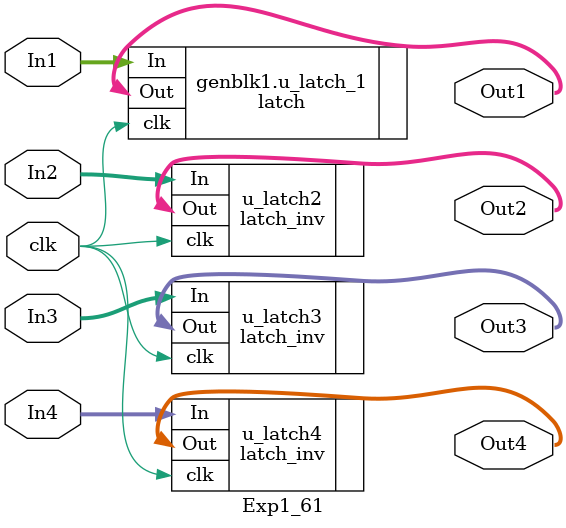
<source format=v>



`timescale 1 ns / 1 ns

module Exp1_61
          (clk,
           In1,
           In2,
           In3,
           In4,
           Out1,
           Out2,
           Out3,
           Out4);


  input   clk;
  input   [31:0] In1;  // uint32
  input   [31:0] In2;  // uint32
  input   [31:0] In3;  // uint32
  input   [31:0] In4;  // uint32
  output  [31:0] Out1;  // uint32
  output  [31:0] Out2;  // uint32
  output  [31:0] Out3;  // uint32
  output  [31:0] Out4;  // uint32
reg [31:0] Delay_out1;  // uint32

   parameter I1 =0 ;
 
if (I1 == 0) begin
latch u_latch_1(.clk(clk),.In(In1),.Out(Out1));
  end
 else begin
 	 latch_inv u_latch1 (.clk(clk),.In(In1),.Out(Out1));
 end 

  latch_inv u_latch2 (.clk(clk),.In(In2),.Out(Out2));
 latch_inv u_latch3 (.clk(clk),.In(In3),.Out(Out3));
 latch_inv u_latch4 (.clk(clk),.In(In4),.Out(Out4));


  


endmodule  // Exp1_61


</source>
